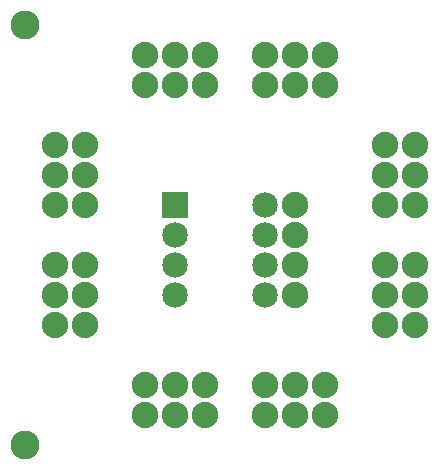
<source format=gts>
G04 MADE WITH FRITZING*
G04 WWW.FRITZING.ORG*
G04 DOUBLE SIDED*
G04 HOLES PLATED*
G04 CONTOUR ON CENTER OF CONTOUR VECTOR*
%ASAXBY*%
%FSLAX23Y23*%
%MOIN*%
%OFA0B0*%
%SFA1.0B1.0*%
%ADD10C,0.085000*%
%ADD11C,0.088000*%
%ADD12C,0.096614*%
%ADD13R,0.085000X0.085000*%
%LNMASK1*%
G90*
G70*
G54D10*
X699Y1011D03*
X999Y1011D03*
X699Y911D03*
X999Y911D03*
X699Y811D03*
X999Y811D03*
X699Y711D03*
X999Y711D03*
G54D11*
X1199Y1511D03*
X1099Y1511D03*
X999Y1511D03*
X1199Y1511D03*
X1099Y1511D03*
X999Y1511D03*
X999Y1411D03*
X1099Y1411D03*
X1199Y1411D03*
X799Y1511D03*
X699Y1511D03*
X599Y1511D03*
X799Y1511D03*
X699Y1511D03*
X599Y1511D03*
X599Y1411D03*
X699Y1411D03*
X799Y1411D03*
X799Y411D03*
X699Y411D03*
X599Y411D03*
X799Y411D03*
X699Y411D03*
X599Y411D03*
X599Y311D03*
X699Y311D03*
X799Y311D03*
X1199Y411D03*
X1099Y411D03*
X999Y411D03*
X1199Y411D03*
X1099Y411D03*
X999Y411D03*
X999Y311D03*
X1099Y311D03*
X1199Y311D03*
X299Y1211D03*
X299Y1111D03*
X299Y1011D03*
X299Y1211D03*
X299Y1111D03*
X299Y1011D03*
X399Y1011D03*
X399Y1111D03*
X399Y1211D03*
X299Y811D03*
X299Y711D03*
X299Y611D03*
X299Y811D03*
X299Y711D03*
X299Y611D03*
X399Y611D03*
X399Y711D03*
X399Y811D03*
X1399Y811D03*
X1399Y711D03*
X1399Y611D03*
X1399Y811D03*
X1399Y711D03*
X1399Y611D03*
X1499Y611D03*
X1499Y711D03*
X1499Y811D03*
X1399Y1211D03*
X1399Y1111D03*
X1399Y1011D03*
X1399Y1211D03*
X1399Y1111D03*
X1399Y1011D03*
X1499Y1011D03*
X1499Y1111D03*
X1499Y1211D03*
X1099Y1011D03*
X1099Y911D03*
X1099Y811D03*
X1099Y711D03*
G54D12*
X199Y1611D03*
X199Y211D03*
G54D13*
X699Y1011D03*
G04 End of Mask1*
M02*
</source>
